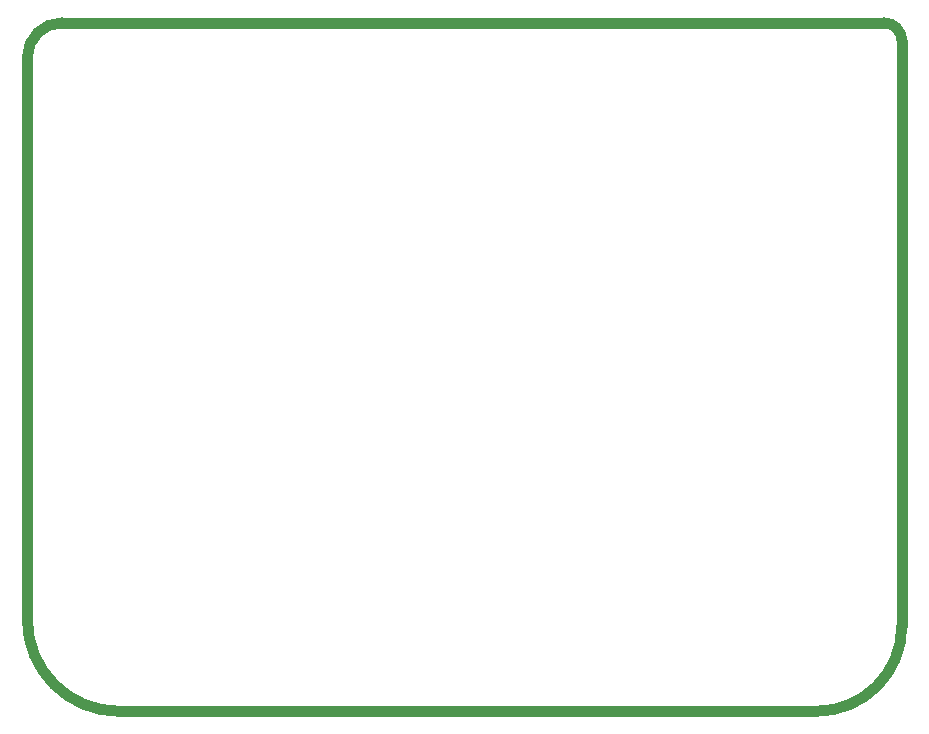
<source format=gko>
G04 start of page 2 for group 7 layer_idx 4 *
G04 Title: (unknown), global_outline *
G04 Creator: pcb-rnd 2.2.1 *
G04 CreationDate: 2020-05-28 20:16:37 UTC *
G04 For:  *
G04 Format: Gerber/RS-274X *
G04 PCB-Dimensions: 500000 500000 *
G04 PCB-Coordinate-Origin: lower left *
%MOIN*%
%FSLAX25Y25*%
%LNGLOBAL_BOUNDARY_UROUTE_7*%
%ADD87C,0.0350*%
G54D87*X91500Y400500D02*X365500D01*
X371500Y394500D02*Y199500D01*
X343000Y171000D02*X110500D01*
X80000Y201500D02*Y389000D01*
Y201500D02*G75*G03X110500Y171000I30500J0D01*G01*
X371500Y199500D02*G75*G02X343000Y171000I-28500J0D01*G01*
X365500Y400500D02*G75*G02X371500Y394500I0J-6000D01*G01*
X91500Y400500D02*G75*G03X80000Y389000I0J-11500D01*G01*
M02*

</source>
